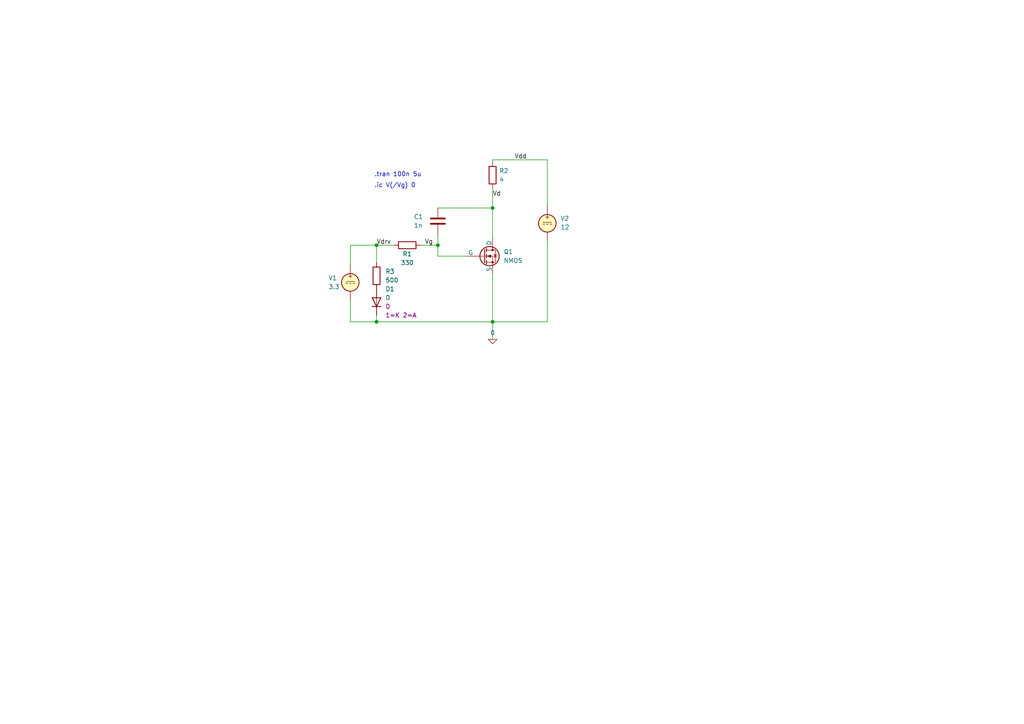
<source format=kicad_sch>
(kicad_sch (version 20230121) (generator eeschema)
  (paper "A4")
  (lib_symbols
    (symbol "Device:C" (pin_numbers hide) (pin_names (offset 0.254))
      (property "Reference" "C" (at 0.635 2.54 0))
      (property "Value" "C" (at 0.635 -2.54 0))
      (symbol "C_0_1"
        (polyline (pts (xy -2.032 -0.762) (xy 2.032 -0.762)) (stroke (width 0.508)))
        (polyline (pts (xy -2.032 0.762) (xy 2.032 0.762)) (stroke (width 0.508)))
      )
      (symbol "C_1_1"
        (pin passive line (at 0 3.81 270) (length 2.794) (name "~") (number "1"))
        (pin passive line (at 0 -3.81 90) (length 2.794) (name "~") (number "2"))
      )
    )
    (symbol "Device:R" (pin_numbers hide) (pin_names (offset 0))
      (property "Reference" "R" (at 2.032 0 90))
      (property "Value" "R" (at 0 0 90))
      (symbol "R_0_1"
        (rectangle (start -1.016 -2.54) (end 1.016 2.54) (stroke (width 0.254)))
      )
      (symbol "R_1_1"
        (pin passive line (at 0 3.81 270) (length 1.27) (name "~") (number "1"))
        (pin passive line (at 0 -3.81 90) (length 1.27) (name "~") (number "2"))
      )
    )
    (symbol "Simulation_SPICE:0" (power) (pin_names (offset 0))
      (property "Value" "0" (at 0 -1.778 0))
      (symbol "0_0_1"
        (polyline (pts (xy -1.27 0) (xy 0 -1.27) (xy 1.27 0) (xy -1.27 0)))
      )
      (symbol "0_1_1"
        (pin power_in line (at 0 0 0) (length 0) hide (name "0") (number "1"))
      )
    )
    (symbol "Simulation_SPICE:D" (pin_numbers hide) (pin_names (offset 1.016) hide)
      (property "Reference" "D" (at 0 2.54 0))
      (property "Value" "D" (at 0 -2.54 0))
      (property "Sim.Device" "D" (at 0 0 0))
      (property "Sim.Pins" "1=K 2=A" (at 0 0 0))
      (symbol "D_0_1"
        (polyline (pts (xy -1.27 1.27) (xy -1.27 -1.27)) (stroke (width 0.254)))
        (polyline (pts (xy 1.27 0) (xy -1.27 0)))
        (polyline (pts (xy 1.27 1.27) (xy 1.27 -1.27) (xy -1.27 0) (xy 1.27 1.27)) (stroke (width 0.254)))
      )
      (symbol "D_1_1"
        (pin passive line (at -3.81 0 0) (length 2.54) (name "K") (number "1"))
        (pin passive line (at 3.81 0 180) (length 2.54) (name "A") (number "2"))
      )
    )
    (symbol "Simulation_SPICE:NMOS" (pin_numbers hide) (pin_names (offset 0))
      (property "Reference" "Q" (at 5.08 1.27 0))
      (property "Value" "NMOS" (at 5.08 -1.27 0))
      (symbol "NMOS_0_1"
        (polyline (pts (xy 0.254 0) (xy -2.54 0)))
        (polyline (pts (xy 0.254 1.905) (xy 0.254 -1.905)) (stroke (width 0.254)))
        (polyline (pts (xy 0.762 -1.27) (xy 0.762 -2.286)) (stroke (width 0.254)))
        (polyline (pts (xy 0.762 0.508) (xy 0.762 -0.508)) (stroke (width 0.254)))
        (polyline (pts (xy 0.762 2.286) (xy 0.762 1.27)) (stroke (width 0.254)))
        (polyline (pts (xy 2.54 2.54) (xy 2.54 1.778)))
        (polyline (pts (xy 2.54 -2.54) (xy 2.54 0) (xy 0.762 0)))
        (polyline (pts (xy 0.762 -1.778) (xy 3.302 -1.778) (xy 3.302 1.778) (xy 0.762 1.778)))
        (polyline (pts (xy 1.016 0) (xy 2.032 0.381) (xy 2.032 -0.381) (xy 1.016 0)) (fill (type outline)))
        (polyline (pts (xy 2.794 0.508) (xy 2.921 0.381) (xy 3.683 0.381) (xy 3.81 0.254)))
        (polyline (pts (xy 3.302 0.381) (xy 2.921 -0.254) (xy 3.683 -0.254) (xy 3.302 0.381)))
        (circle (center 1.651 0) (radius 2.794) (stroke (width 0.254)))
        (circle (center 2.54 -1.778) (radius 0.254) (fill (type outline)))
        (circle (center 2.54 1.778) (radius 0.254) (fill (type outline)))
      )
      (symbol "NMOS_1_1"
        (pin passive line (at 2.54 5.08 270) (length 2.54) (name "D") (number "1"))
        (pin input line (at -5.08 0 0) (length 2.54) (name "G") (number "2"))
        (pin passive line (at 2.54 -5.08 90) (length 2.54) (name "S") (number "3"))
      )
    )
    (symbol "Simulation_SPICE:VDC" (pin_numbers hide) (pin_names (offset 0.0254))
      (property "Reference" "V" (at 2.54 2.54 0))
      (property "Value" "1" (at 2.54 0 0))
      (symbol "VDC_0_0"
        (polyline (pts (xy -1.27 0.254) (xy 1.27 0.254)))
        (polyline (pts (xy -0.762 -0.254) (xy -1.27 -0.254)))
        (polyline (pts (xy 0.254 -0.254) (xy -0.254 -0.254)))
        (polyline (pts (xy 1.27 -0.254) (xy 0.762 -0.254)))
        (text "+" (at 0 1.905 0) (effects (font (size 1.27 1.27))))
      )
      (symbol "VDC_0_1"
        (circle (center 0 0) (radius 2.54) (stroke (width 0.254)) (fill (type background)))
      )
      (symbol "VDC_1_1"
        (pin passive line (at 0 5.08 270) (length 2.54) (name "~") (number "1"))
        (pin passive line (at 0 -5.08 90) (length 2.54) (name "~") (number "2"))
      )
    )
  )
  (junction (at 127 71.12))
  (junction (at 109.22 93.345))
  (junction (at 109.22 71.12))
  (junction (at 142.875 93.345))
  (junction (at 142.875 60.325))
  (wire (pts (xy 142.875 54.61) (xy 142.875 60.325)))
  (wire (pts (xy 121.92 71.12) (xy 127 71.12)))
  (wire (pts (xy 142.875 60.325) (xy 142.875 69.215)))
  (wire (pts (xy 109.22 93.345) (xy 142.875 93.345)))
  (wire (pts (xy 142.875 79.375) (xy 142.875 93.345)))
  (wire (pts (xy 142.875 93.345) (xy 158.75 93.345)))
  (wire (pts (xy 101.6 76.835) (xy 101.6 71.12)))
  (wire (pts (xy 101.6 93.345) (xy 109.22 93.345)))
  (wire (pts (xy 101.6 71.12) (xy 109.22 71.12)))
  (wire (pts (xy 142.875 46.355) (xy 158.75 46.355)))
  (wire (pts (xy 101.6 93.345) (xy 101.6 86.995)))
  (wire (pts (xy 127 60.325) (xy 142.875 60.325)))
  (wire (pts (xy 109.22 91.44) (xy 109.22 93.345)))
  (wire (pts (xy 109.22 71.12) (xy 114.3 71.12)))
  (wire (pts (xy 158.75 69.85) (xy 158.75 93.345)))
  (wire (pts (xy 142.875 93.345) (xy 142.875 98.425)))
  (wire (pts (xy 127 74.295) (xy 135.255 74.295)))
  (wire (pts (xy 109.22 71.12) (xy 109.22 76.2)))
  (wire (pts (xy 142.875 46.355) (xy 142.875 46.99)))
  (wire (pts (xy 127 67.945) (xy 127 71.12)))
  (wire (pts (xy 158.75 46.355) (xy 158.75 59.69)))
  (wire (pts (xy 127 71.12) (xy 127 74.295)))
  (text ".tran 100n 5u" (at 108.585 51.435 0) (effects (font (size 1.27 1.27)) (justify left bottom)))
  (text ".ic V(/Vg) 0" (at 108.585 54.61 0) (effects (font (size 1.27 1.27)) (justify left bottom)))
  (label "Vg" (at 123.19 71.12 0))
  (label "Vd" (at 142.875 57.15 0))
  (label "Vdrv" (at 109.22 71.12 0))
  (label "Vdd" (at 149.225 46.355 0))
  (symbol (lib_id "Simulation_SPICE:NMOS") (at 140.335 74.295 0) (unit 1)
    (property "Reference" "Q1" (at 146.05 73.025 0) (effects (justify left)))
    (property "Value" "NMOS" (at 146.05 75.565 0) (effects (justify left)))
    (property "Datasheet" "https://ngspice.sourceforge.io/docs/ngspice-manual.pdf" (effects hide))
    (property "Sim.Device" "NMOS" (effects hide))
    (property "Sim.Type" "VDMOS" (effects hide))
    (property "Sim.Pins" "1=D 2=G 3=S" (effects hide))
    (property "Sim.Params" "vto=0.66 kp=0.5" (effects hide))
  )
  (symbol (lib_id "Device:R") (at 109.22 80.01 0) (unit 1)
    (property "Reference" "R3" (at 111.76 78.74 0) (effects (justify left)))
    (property "Value" "500" (at 111.76 81.28 0) (effects (justify left)))
  )
  (symbol (lib_id "Device:C") (at 127 64.135 180) (unit 1)
    (property "Reference" "C1" (at 120.015 62.865 0) (effects (justify right)))
    (property "Value" "1n" (at 120.015 65.405 0) (effects (justify right)))
  )
  (symbol (lib_id "Simulation_SPICE:VDC") (at 101.6 81.915 0) (unit 1)
    (property "Reference" "V1" (at 95.25 80.645 0) (effects (justify left)))
    (property "Value" "3.3" (at 95.25 83.185 0) (effects (justify left)))
    (property "Sim.Pins" "1=+ 2=-" (effects hide))
    (property "Sim.Type" "DC" (effects hide))
    (property "Sim.Device" "V" (effects hide))
  )
  (symbol (lib_id "Simulation_SPICE:D") (at 109.22 87.63 90) (unit 1)
    (property "Reference" "D1" (at 111.76 83.82 90) (effects (justify right)))
    (property "Value" "D" (at 111.76 86.36 90) (effects (justify right)))
    (property "Sim.Device" "D" (at 111.76 88.9 90) (effects (justify right)))
    (property "Sim.Pins" "1=K 2=A" (at 111.76 91.44 90) (effects (justify right)))
  )
  (symbol (lib_id "Device:R") (at 142.875 50.8 0) (unit 1)
    (property "Reference" "R2" (at 144.78 49.53 0) (effects (justify left)))
    (property "Value" "4" (at 144.78 52.07 0) (effects (justify left)))
  )
  (symbol (lib_id "Device:R") (at 118.11 71.12 90) (unit 1)
    (property "Reference" "R1" (at 118.11 73.66 90))
    (property "Value" "330" (at 118.11 76.2 90))
  )
  (symbol (lib_id "Simulation_SPICE:0") (at 142.875 98.425 0) (unit 1)
    (property "Reference" "#GND01" (effects hide))
    (property "Value" "0" (at 142.875 96.52 0))
  )
  (symbol (lib_id "Simulation_SPICE:VDC") (at 158.75 64.77 0) (unit 1)
    (property "Reference" "V2" (at 162.56 63.3702 0) (effects (justify left)))
    (property "Value" "12" (at 162.56 65.9102 0) (effects (justify left)))
    (property "Sim.Pins" "1=+ 2=-" (effects hide))
    (property "Sim.Type" "DC" (effects hide))
  )
)
</source>
